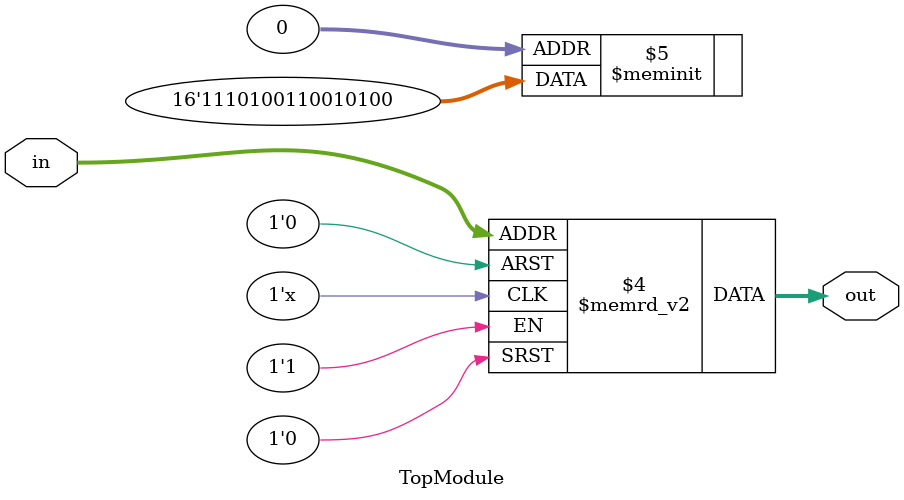
<source format=sv>
module TopModule (
    input logic [2:0] in,
    output logic [1:0] out
);

    always @(*) begin
        case (in)
            3'b000: out = 2'b00;
            3'b001: out = 2'b01;
            3'b010: out = 2'b01;
            3'b011: out = 2'b10;
            3'b100: out = 2'b01;
            3'b101: out = 2'b10;
            3'b110: out = 2'b10;
            3'b111: out = 2'b11;
            default: out = 2'b00;
        endcase
    end

endmodule
</source>
